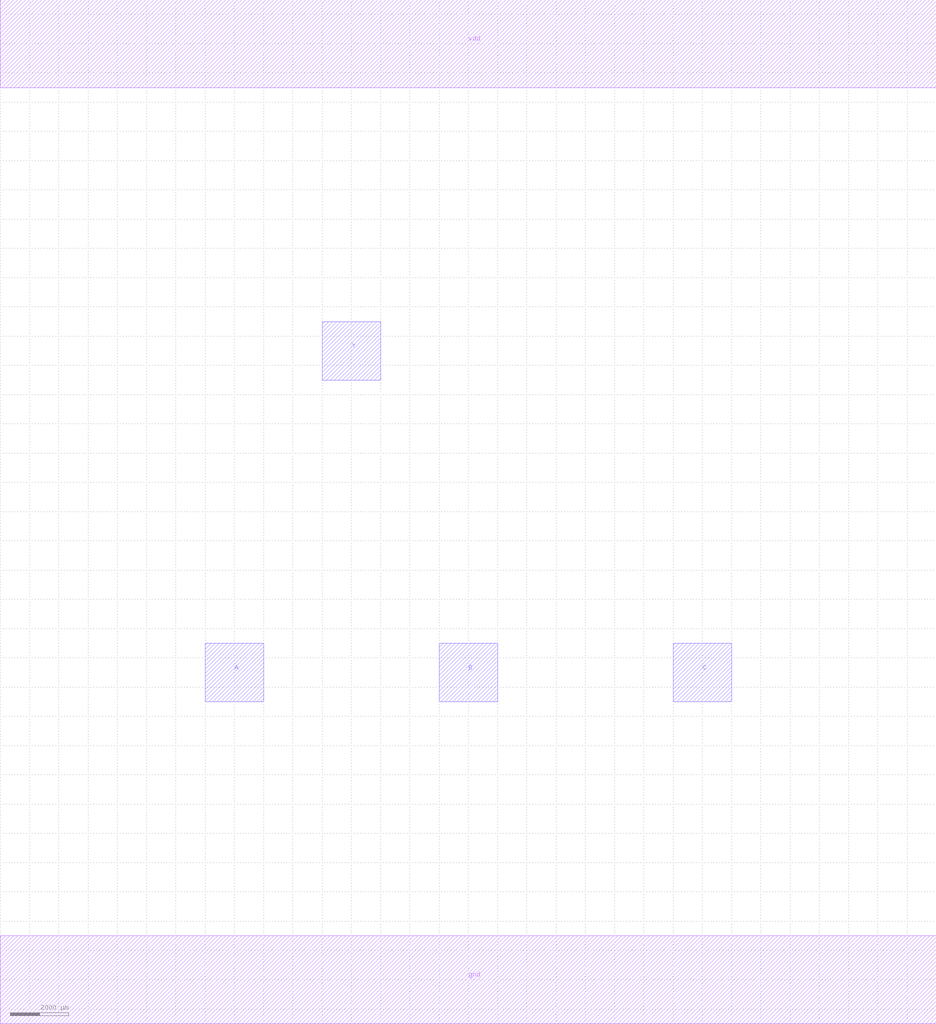
<source format=lef>
MACRO NAND3X1
 CLASS CORE ;
 ORIGIN 0 0 ;
 FOREIGN NAND3X1 0 0 ;
 SITE CORE ;
 SYMMETRY X Y R90 ;
  PIN vdd
   DIRECTION INOUT ;
   USE SIGNAL ;
   SHAPE ABUTMENT ;
    PORT
     CLASS CORE ;
       LAYER metal1 ;
        RECT 0.00000000 30500.00000000 32000.00000000 33500.00000000 ;
    END
  END vdd

  PIN gnd
   DIRECTION INOUT ;
   USE SIGNAL ;
   SHAPE ABUTMENT ;
    PORT
     CLASS CORE ;
       LAYER metal1 ;
        RECT 0.00000000 -1500.00000000 32000.00000000 1500.00000000 ;
    END
  END gnd

  PIN A
   DIRECTION INOUT ;
   USE SIGNAL ;
   SHAPE ABUTMENT ;
    PORT
     CLASS CORE ;
       LAYER metal2 ;
        RECT 7000.00000000 9500.00000000 9000.00000000 11500.00000000 ;
    END
  END A

  PIN B
   DIRECTION INOUT ;
   USE SIGNAL ;
   SHAPE ABUTMENT ;
    PORT
     CLASS CORE ;
       LAYER metal2 ;
        RECT 15000.00000000 9500.00000000 17000.00000000 11500.00000000 ;
    END
  END B

  PIN C
   DIRECTION INOUT ;
   USE SIGNAL ;
   SHAPE ABUTMENT ;
    PORT
     CLASS CORE ;
       LAYER metal2 ;
        RECT 23000.00000000 9500.00000000 25000.00000000 11500.00000000 ;
    END
  END C

  PIN Y
   DIRECTION INOUT ;
   USE SIGNAL ;
   SHAPE ABUTMENT ;
    PORT
     CLASS CORE ;
       LAYER metal2 ;
        RECT 11000.00000000 20500.00000000 13000.00000000 22500.00000000 ;
    END
  END Y


END NAND3X1

</source>
